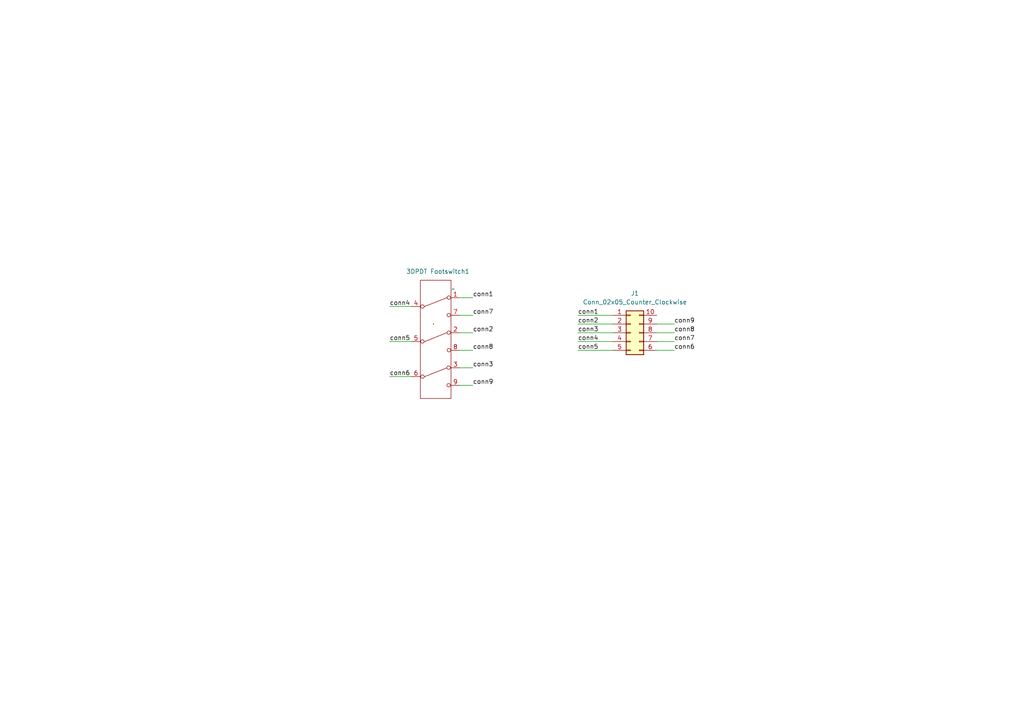
<source format=kicad_sch>
(kicad_sch (version 20250114) (generator "eeschema") (generator_version "9.0")
  (paper "A4")
  (title_block (title "3DPDT Footswitch board") (date "2025-07-14") (rev "0.1") (comment 1 "Denis Crowdy"))
  (lib_symbols
    (symbol "Connector_Generic:Conn_02x05_Counter_Clockwise" (pin_names (offset 1.016) (hide yes))
      (property "Reference" "J" (at 1.27 7.62 0))
      (property "Value" "Conn_02x05_Counter_Clockwise" (at 1.27 -7.62 0))
      (symbol "Conn_02x05_Counter_Clockwise_1_1"
        (rectangle (start -1.27 6.35) (end 3.81 -6.35) (stroke (width 0.254)) (fill (type background)))
        (rectangle (start -1.27 5.207) (end 0 4.953) (stroke (width 0.1524)))
        (rectangle (start -1.27 2.667) (end 0 2.413) (stroke (width 0.1524)))
        (rectangle (start -1.27 0.127) (end 0 -0.127) (stroke (width 0.1524)))
        (rectangle (start -1.27 -2.413) (end 0 -2.667) (stroke (width 0.1524)))
        (rectangle (start -1.27 -4.953) (end 0 -5.207) (stroke (width 0.1524)))
        (rectangle (start 3.81 5.207) (end 2.54 4.953) (stroke (width 0.1524)))
        (rectangle (start 3.81 2.667) (end 2.54 2.413) (stroke (width 0.1524)))
        (rectangle (start 3.81 0.127) (end 2.54 -0.127) (stroke (width 0.1524)))
        (rectangle (start 3.81 -2.413) (end 2.54 -2.667) (stroke (width 0.1524)))
        (rectangle (start 3.81 -4.953) (end 2.54 -5.207) (stroke (width 0.1524)))
        (pin passive line (at -5.08 5.08 0) (length 3.81) (name "Pin_1") (number "1"))
        (pin passive line (at -5.08 2.54 0) (length 3.81) (name "Pin_2") (number "2"))
        (pin passive line (at -5.08 0 0) (length 3.81) (name "Pin_3") (number "3"))
        (pin passive line (at -5.08 -2.54 0) (length 3.81) (name "Pin_4") (number "4"))
        (pin passive line (at -5.08 -5.08 0) (length 3.81) (name "Pin_5") (number "5"))
        (pin passive line (at 7.62 5.08 180) (length 3.81) (name "Pin_10") (number "10"))
        (pin passive line (at 7.62 2.54 180) (length 3.81) (name "Pin_9") (number "9"))
        (pin passive line (at 7.62 0 180) (length 3.81) (name "Pin_8") (number "8"))
        (pin passive line (at 7.62 -2.54 180) (length 3.81) (name "Pin_7") (number "7"))
        (pin passive line (at 7.62 -5.08 180) (length 3.81) (name "Pin_6") (number "6"))
      )
    )
    (symbol "Switch:SW_3DPDT" (pin_names (hide yes))
      (property "Reference" "3DPDT Footswitch" (at -5.334 21.336 0))
      (symbol "SW_3DPDT_0_1"
        (polyline (pts (xy -9.0176 12.6843) (xy -2.4845 15.2282)))
        (polyline (pts (xy -8.9653 2.5072) (xy -2.54 5.08)))
        (polyline (pts (xy -8.96 -7.6531) (xy -2.5754 -5.1331)))
        (circle (center -6.35 7.62) (radius 0.0001))
        (rectangle (start -1.27 20.32) (end -10.16 -13.97))
      )
      (symbol "SW_3DPDT_1_1"
        (circle (center -9.5748 2.5496) (radius 0.5))
        (circle (center -9.5652 12.6981) (radius 0.5))
        (circle (center -9.5409 -7.6274) (radius 0.5))
        (circle (center -1.9653 -5.0405) (radius 0.5))
        (circle (center -1.9653 -10.1371) (radius 0.5))
        (circle (center -1.9097 5.1191) (radius 0.5))
        (circle (center -1.9077 10.2037) (radius 0.5))
        (circle (center -1.9026 15.2865) (radius 0.5))
        (circle (center -1.8843 0.034) (radius 0.5))
        (pin passive line (at -12.7 12.7 0) (length 2.54) (name "D") (number "4"))
        (pin passive line (at -12.7 2.54 0) (length 2.54) (name "E") (number "5"))
        (pin passive line (at -12.7 -7.62 0) (length 2.54) (name "F") (number "6"))
        (pin passive line (at 1.27 15.24 180) (length 2.54) (name "A") (number "1"))
        (pin passive line (at 1.27 10.16 180) (length 2.54) (name "G") (number "7"))
        (pin passive line (at 1.27 5.08 180) (length 2.54) (name "B") (number "2"))
        (pin passive line (at 1.27 0 180) (length 2.54) (name "G") (number "8"))
        (pin passive line (at 1.27 -5.08 180) (length 2.54) (name "C") (number "3"))
        (pin passive line (at 1.27 -10.16 180) (length 2.54) (name "G") (number "9"))
      )
    )
  )
  (wire (pts (xy 113.03 99.06) (xy 119.38 99.06)))
  (wire (pts (xy 167.64 91.44) (xy 177.8 91.44)))
  (wire (pts (xy 167.64 101.6) (xy 177.8 101.6)))
  (wire (pts (xy 133.35 91.44) (xy 137.16 91.44)))
  (wire (pts (xy 190.5 99.06) (xy 195.58 99.06)))
  (wire (pts (xy 133.35 96.52) (xy 137.16 96.52)))
  (wire (pts (xy 133.35 106.68) (xy 137.16 106.68)))
  (wire (pts (xy 133.35 101.6) (xy 137.16 101.6)))
  (wire (pts (xy 167.64 96.52) (xy 177.8 96.52)))
  (wire (pts (xy 133.35 111.76) (xy 137.16 111.76)))
  (wire (pts (xy 113.03 109.22) (xy 119.38 109.22)))
  (wire (pts (xy 167.64 99.06) (xy 177.8 99.06)))
  (wire (pts (xy 190.5 96.52) (xy 195.58 96.52)))
  (wire (pts (xy 190.5 93.98) (xy 195.58 93.98)))
  (wire (pts (xy 113.03 88.9) (xy 119.38 88.9)))
  (wire (pts (xy 190.5 101.6) (xy 195.58 101.6)))
  (wire (pts (xy 167.64 93.98) (xy 177.8 93.98)))
  (wire (pts (xy 133.35 86.36) (xy 137.16 86.36)))
  (label "conn2" (at 137.16 96.52 0))
  (label "conn8" (at 195.58 96.52 0))
  (label "conn6" (at 195.58 101.6 0))
  (label "conn7" (at 137.16 91.44 0))
  (label "conn1" (at 137.16 86.36 0))
  (label "conn6" (at 113.03 109.22 0))
  (label "conn8" (at 137.16 101.6 0))
  (label "conn1" (at 167.64 91.44 0))
  (label "conn3" (at 137.16 106.68 0))
  (label "conn4" (at 113.03 88.9 0))
  (label "conn5" (at 167.64 101.6 0))
  (label "conn2" (at 167.64 93.98 0))
  (label "conn9" (at 137.16 111.76 0))
  (label "conn4" (at 167.64 99.06 0))
  (label "conn9" (at 195.58 93.98 0))
  (label "conn3" (at 167.64 96.52 0))
  (label "conn7" (at 195.58 99.06 0))
  (label "conn5" (at 113.03 99.06 0))
  (symbol (lib_id "Switch:SW_3DPDT") (at 132.08 101.6 0) (unit 1)
    (property "Reference" "3DPDT Footswitch1" (at 127 78.74 0))
    (property "Value" "~" (at 131.445 83.82 0))
    (property "Footprint" "Button_Switch_THT:Switches_Stomp_Switch_3PDT" (effects (hide yes)))
  )
  (symbol (lib_id "Connector_Generic:Conn_02x05_Counter_Clockwise") (at 182.88 96.52 0) (unit 1)
    (property "Reference" "J1" (at 184.15 85.09 0))
    (property "Value" "Conn_02x05_Counter_Clockwise" (at 184.15 87.63 0))
    (property "Footprint" "Connector_IDC:IDC-Header_2x05_P2.54mm_Latch6.5mm_Vertical" (effects (hide yes)))
    (property "Description" "Generic connector, double row, 02x05, counter clockwise pin numbering scheme (similar to DIP package numbering), script generated (kicad-library-utils/schlib/autogen/connector/)" (effects (hide yes)))
  )
)
</source>
